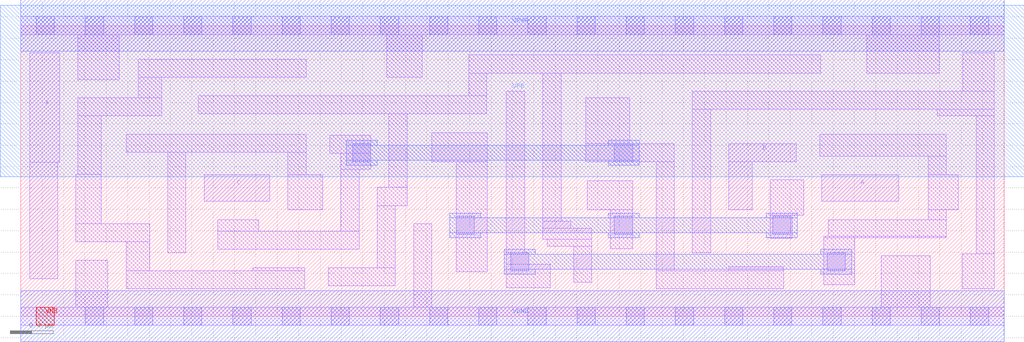
<source format=lef>
# Copyright 2020 The SkyWater PDK Authors
#
# Licensed under the Apache License, Version 2.0 (the "License");
# you may not use this file except in compliance with the License.
# You may obtain a copy of the License at
#
#     https://www.apache.org/licenses/LICENSE-2.0
#
# Unless required by applicable law or agreed to in writing, software
# distributed under the License is distributed on an "AS IS" BASIS,
# WITHOUT WARRANTIES OR CONDITIONS OF ANY KIND, either express or implied.
# See the License for the specific language governing permissions and
# limitations under the License.
#
# SPDX-License-Identifier: Apache-2.0

VERSION 5.7 ;
  NOWIREEXTENSIONATPIN ON ;
  DIVIDERCHAR "/" ;
  BUSBITCHARS "[]" ;
PROPERTYDEFINITIONS
  MACRO maskLayoutSubType STRING ;
  MACRO prCellType STRING ;
  MACRO originalViewName STRING ;
END PROPERTYDEFINITIONS
MACRO sky130_fd_sc_hdll__xnor3_1
  CLASS CORE ;
  FOREIGN sky130_fd_sc_hdll__xnor3_1 ;
  ORIGIN  0.000000  0.000000 ;
  SIZE  9.200000 BY  2.720000 ;
  SYMMETRY X Y R90 ;
  SITE unithd ;
  PIN A
    ANTENNAGATEAREA  0.276000 ;
    DIRECTION INPUT ;
    USE SIGNAL ;
    PORT
      LAYER li1 ;
        RECT 7.495000 1.075000 8.215000 1.325000 ;
    END
  END A
  PIN B
    ANTENNAGATEAREA  0.735900 ;
    DIRECTION INPUT ;
    USE SIGNAL ;
    PORT
      LAYER li1 ;
        RECT 6.625000 0.995000 6.845000 1.445000 ;
        RECT 6.625000 1.445000 7.255000 1.615000 ;
    END
  END B
  PIN C
    ANTENNAGATEAREA  0.425400 ;
    DIRECTION INPUT ;
    USE SIGNAL ;
    PORT
      LAYER li1 ;
        RECT 1.715000 1.075000 2.330000 1.325000 ;
    END
  END C
  PIN VGND
    ANTENNADIFFAREA  0.912400 ;
    DIRECTION INOUT ;
    USE SIGNAL ;
    PORT
      LAYER met1 ;
        RECT 0.000000 -0.240000 9.200000 0.240000 ;
    END
  END VGND
  PIN VNB
    PORT
      LAYER pwell ;
        RECT 0.145000 -0.085000 0.315000 0.085000 ;
    END
  END VNB
  PIN VPB
    PORT
      LAYER nwell ;
        RECT -0.190000 1.305000 9.390000 2.910000 ;
    END
  END VPB
  PIN VPWR
    ANTENNADIFFAREA  1.225950 ;
    DIRECTION INOUT ;
    USE SIGNAL ;
    PORT
      LAYER met1 ;
        RECT 0.000000 2.480000 9.200000 2.960000 ;
    END
  END VPWR
  PIN X
    ANTENNADIFFAREA  0.472000 ;
    DIRECTION OUTPUT ;
    USE SIGNAL ;
    PORT
      LAYER li1 ;
        RECT 0.085000 0.350000 0.345000 1.440000 ;
        RECT 0.085000 1.440000 0.365000 2.465000 ;
    END
  END X
  OBS
    LAYER li1 ;
      RECT 0.000000 -0.085000 9.200000 0.085000 ;
      RECT 0.000000  2.635000 9.200000 2.805000 ;
      RECT 0.515000  0.085000 0.815000 0.525000 ;
      RECT 0.515000  0.695000 1.205000 0.865000 ;
      RECT 0.515000  0.865000 0.755000 1.330000 ;
      RECT 0.535000  1.330000 0.755000 1.875000 ;
      RECT 0.535000  1.875000 1.320000 2.045000 ;
      RECT 0.535000  2.215000 0.920000 2.635000 ;
      RECT 0.985000  0.255000 2.655000 0.425000 ;
      RECT 0.985000  0.425000 1.205000 0.695000 ;
      RECT 0.985000  1.535000 2.670000 1.705000 ;
      RECT 1.100000  2.045000 1.320000 2.235000 ;
      RECT 1.100000  2.235000 2.670000 2.405000 ;
      RECT 1.375000  0.595000 1.545000 1.535000 ;
      RECT 1.660000  1.895000 4.360000 2.065000 ;
      RECT 1.845000  0.625000 3.165000 0.795000 ;
      RECT 1.845000  0.795000 2.225000 0.905000 ;
      RECT 2.170000  0.425000 2.655000 0.455000 ;
      RECT 2.500000  0.995000 2.825000 1.325000 ;
      RECT 2.500000  1.325000 2.670000 1.535000 ;
      RECT 2.875000  0.285000 3.505000 0.455000 ;
      RECT 2.890000  1.525000 3.275000 1.695000 ;
      RECT 2.995000  0.795000 3.165000 1.375000 ;
      RECT 2.995000  1.375000 3.275000 1.525000 ;
      RECT 3.335000  0.455000 3.505000 1.035000 ;
      RECT 3.335000  1.035000 3.615000 1.205000 ;
      RECT 3.425000  2.235000 3.755000 2.635000 ;
      RECT 3.445000  1.205000 3.615000 1.895000 ;
      RECT 3.675000  0.085000 3.845000 0.865000 ;
      RECT 3.845000  1.445000 4.365000 1.715000 ;
      RECT 4.075000  0.415000 4.365000 1.445000 ;
      RECT 4.190000  2.065000 4.360000 2.275000 ;
      RECT 4.190000  2.275000 7.485000 2.445000 ;
      RECT 4.545000  0.265000 4.955000 0.485000 ;
      RECT 4.545000  0.485000 4.755000 0.595000 ;
      RECT 4.545000  0.595000 4.715000 2.105000 ;
      RECT 4.885000  0.720000 5.345000 0.825000 ;
      RECT 4.885000  0.825000 5.145000 0.890000 ;
      RECT 4.885000  0.890000 5.055000 2.275000 ;
      RECT 4.925000  0.655000 5.345000 0.720000 ;
      RECT 5.175000  0.320000 5.345000 0.655000 ;
      RECT 5.285000  1.445000 6.115000 1.615000 ;
      RECT 5.285000  1.615000 5.700000 2.045000 ;
      RECT 5.300000  0.995000 5.725000 1.270000 ;
      RECT 5.515000  0.630000 5.725000 0.995000 ;
      RECT 5.945000  0.255000 7.140000 0.425000 ;
      RECT 5.945000  0.425000 6.115000 1.445000 ;
      RECT 6.285000  0.595000 6.455000 1.935000 ;
      RECT 6.285000  1.935000 9.110000 2.105000 ;
      RECT 6.625000  0.425000 7.140000 0.465000 ;
      RECT 7.015000  0.730000 7.220000 0.945000 ;
      RECT 7.015000  0.945000 7.325000 1.275000 ;
      RECT 7.475000  1.495000 8.660000 1.705000 ;
      RECT 7.515000  0.295000 7.805000 0.735000 ;
      RECT 7.515000  0.735000 8.660000 0.750000 ;
      RECT 7.555000  0.750000 8.660000 0.905000 ;
      RECT 7.915000  2.275000 8.595000 2.635000 ;
      RECT 8.050000  0.085000 8.510000 0.565000 ;
      RECT 8.490000  0.905000 8.660000 0.995000 ;
      RECT 8.490000  0.995000 8.770000 1.325000 ;
      RECT 8.490000  1.325000 8.660000 1.495000 ;
      RECT 8.575000  1.875000 9.110000 1.935000 ;
      RECT 8.810000  0.255000 9.110000 0.585000 ;
      RECT 8.815000  2.105000 9.110000 2.465000 ;
      RECT 8.940000  0.585000 9.110000 1.875000 ;
    LAYER mcon ;
      RECT 0.145000 -0.085000 0.315000 0.085000 ;
      RECT 0.145000  2.635000 0.315000 2.805000 ;
      RECT 0.605000 -0.085000 0.775000 0.085000 ;
      RECT 0.605000  2.635000 0.775000 2.805000 ;
      RECT 1.065000 -0.085000 1.235000 0.085000 ;
      RECT 1.065000  2.635000 1.235000 2.805000 ;
      RECT 1.525000 -0.085000 1.695000 0.085000 ;
      RECT 1.525000  2.635000 1.695000 2.805000 ;
      RECT 1.985000 -0.085000 2.155000 0.085000 ;
      RECT 1.985000  2.635000 2.155000 2.805000 ;
      RECT 2.445000 -0.085000 2.615000 0.085000 ;
      RECT 2.445000  2.635000 2.615000 2.805000 ;
      RECT 2.905000 -0.085000 3.075000 0.085000 ;
      RECT 2.905000  2.635000 3.075000 2.805000 ;
      RECT 3.105000  1.445000 3.275000 1.615000 ;
      RECT 3.365000 -0.085000 3.535000 0.085000 ;
      RECT 3.365000  2.635000 3.535000 2.805000 ;
      RECT 3.825000 -0.085000 3.995000 0.085000 ;
      RECT 3.825000  2.635000 3.995000 2.805000 ;
      RECT 4.075000  0.765000 4.245000 0.935000 ;
      RECT 4.285000 -0.085000 4.455000 0.085000 ;
      RECT 4.285000  2.635000 4.455000 2.805000 ;
      RECT 4.585000  0.425000 4.755000 0.595000 ;
      RECT 4.745000 -0.085000 4.915000 0.085000 ;
      RECT 4.745000  2.635000 4.915000 2.805000 ;
      RECT 5.205000 -0.085000 5.375000 0.085000 ;
      RECT 5.205000  2.635000 5.375000 2.805000 ;
      RECT 5.555000  0.765000 5.725000 0.935000 ;
      RECT 5.555000  1.445000 5.725000 1.615000 ;
      RECT 5.665000 -0.085000 5.835000 0.085000 ;
      RECT 5.665000  2.635000 5.835000 2.805000 ;
      RECT 6.125000 -0.085000 6.295000 0.085000 ;
      RECT 6.125000  2.635000 6.295000 2.805000 ;
      RECT 6.585000 -0.085000 6.755000 0.085000 ;
      RECT 6.585000  2.635000 6.755000 2.805000 ;
      RECT 7.035000  0.765000 7.205000 0.935000 ;
      RECT 7.045000 -0.085000 7.215000 0.085000 ;
      RECT 7.045000  2.635000 7.215000 2.805000 ;
      RECT 7.505000 -0.085000 7.675000 0.085000 ;
      RECT 7.505000  2.635000 7.675000 2.805000 ;
      RECT 7.545000  0.425000 7.715000 0.595000 ;
      RECT 7.965000 -0.085000 8.135000 0.085000 ;
      RECT 7.965000  2.635000 8.135000 2.805000 ;
      RECT 8.425000 -0.085000 8.595000 0.085000 ;
      RECT 8.425000  2.635000 8.595000 2.805000 ;
      RECT 8.885000 -0.085000 9.055000 0.085000 ;
      RECT 8.885000  2.635000 9.055000 2.805000 ;
    LAYER met1 ;
      RECT 3.045000 1.415000 3.335000 1.460000 ;
      RECT 3.045000 1.460000 5.785000 1.600000 ;
      RECT 3.045000 1.600000 3.335000 1.645000 ;
      RECT 4.015000 0.735000 4.305000 0.780000 ;
      RECT 4.015000 0.780000 7.265000 0.920000 ;
      RECT 4.015000 0.920000 4.305000 0.965000 ;
      RECT 4.525000 0.395000 4.815000 0.440000 ;
      RECT 4.525000 0.440000 7.775000 0.580000 ;
      RECT 4.525000 0.580000 4.815000 0.625000 ;
      RECT 5.495000 0.735000 5.785000 0.780000 ;
      RECT 5.495000 0.920000 5.785000 0.965000 ;
      RECT 5.495000 1.415000 5.785000 1.460000 ;
      RECT 5.495000 1.600000 5.785000 1.645000 ;
      RECT 6.975000 0.735000 7.265000 0.780000 ;
      RECT 6.975000 0.920000 7.265000 0.965000 ;
      RECT 7.485000 0.395000 7.775000 0.440000 ;
      RECT 7.485000 0.580000 7.775000 0.625000 ;
  END
  PROPERTY maskLayoutSubType "abstract" ;
  PROPERTY prCellType "standard" ;
  PROPERTY originalViewName "layout" ;
END sky130_fd_sc_hdll__xnor3_1
END LIBRARY

</source>
